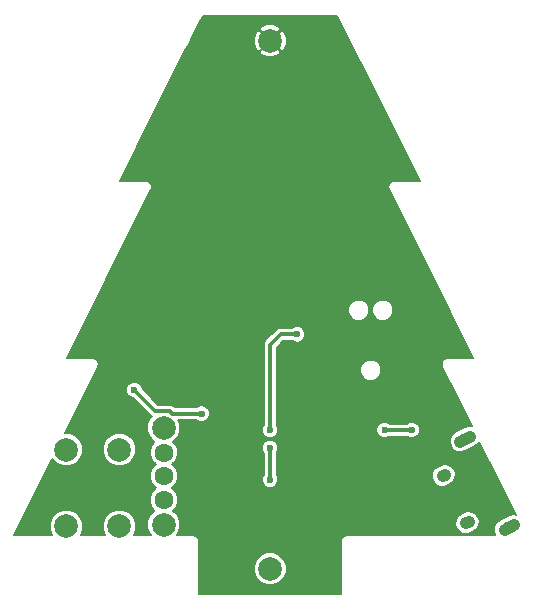
<source format=gbl>
G04 #@! TF.FileFunction,Copper,L2,Bot,Signal*
%FSLAX46Y46*%
G04 Gerber Fmt 4.6, Leading zero omitted, Abs format (unit mm)*
G04 Created by KiCad (PCBNEW 201609280951+7255~55~ubuntu14.04.1-) date Wed Oct 12 05:15:32 2016*
%MOMM*%
%LPD*%
G01*
G04 APERTURE LIST*
%ADD10C,0.100000*%
%ADD11C,2.000000*%
%ADD12C,1.600000*%
%ADD13C,1.000000*%
%ADD14C,1.000000*%
%ADD15C,0.600000*%
%ADD16C,0.300000*%
%ADD17C,0.200000*%
G04 APERTURE END LIST*
D10*
D11*
X112750000Y-128750000D03*
X117250000Y-128750000D03*
X117250000Y-122250000D03*
X112750000Y-122250000D03*
X130000000Y-87650000D03*
X130000000Y-132350000D03*
D12*
X121000000Y-124500000D03*
X121000000Y-126500000D03*
X121000000Y-122500000D03*
D11*
X121000000Y-120400000D03*
X121000000Y-128600000D03*
D13*
X144713136Y-124456028D03*
D14*
X144601367Y-124511998D02*
X144824905Y-124400058D01*
D13*
X146705664Y-128435014D03*
D14*
X146593895Y-128490984D02*
X146817433Y-128379044D01*
D13*
X146522469Y-121369150D03*
D14*
X146120100Y-121570642D02*
X146924838Y-121167658D01*
D13*
X150261257Y-128835338D03*
D14*
X149858888Y-129036830D02*
X150663626Y-128633846D01*
D15*
X139700000Y-120600000D03*
X142000000Y-120600000D03*
X145200000Y-114100000D03*
X140100000Y-111700000D03*
X123300000Y-116100000D03*
X136400000Y-88600000D03*
X123600000Y-88600000D03*
X141000000Y-99304739D03*
X119200000Y-98804739D03*
X114600000Y-114200000D03*
X114100000Y-118800000D03*
X136000000Y-120400000D03*
X131900000Y-127500000D03*
X124600000Y-132400000D03*
X135400000Y-128500000D03*
X143700000Y-125800000D03*
X143800000Y-125300000D03*
X144200000Y-125600000D03*
X135400000Y-132400000D03*
X126400000Y-126600000D03*
X130000000Y-124800000D03*
X130000000Y-122100000D03*
X132300000Y-112500000D03*
X130000000Y-120600000D03*
X118500000Y-117200000D03*
X124200000Y-119200000D03*
D16*
X142000000Y-120600000D02*
X139700000Y-120600000D01*
X130000000Y-122100000D02*
X130000000Y-124800000D01*
X130900000Y-112500000D02*
X132300000Y-112500000D01*
X130000000Y-113400000D02*
X130900000Y-112500000D01*
X130000000Y-120600000D02*
X130000000Y-113400000D01*
X120300000Y-119000000D02*
X118500000Y-117200000D01*
X121524002Y-119000000D02*
X120300000Y-119000000D01*
X124200000Y-119200000D02*
X121724002Y-119200000D01*
X121724002Y-119200000D02*
X121524002Y-119000000D01*
D17*
G36*
X142690982Y-99500000D02*
X140500000Y-99500000D01*
X140482379Y-99503505D01*
X140464556Y-99501258D01*
X140387262Y-99522425D01*
X140308658Y-99538060D01*
X140293721Y-99548041D01*
X140276393Y-99552786D01*
X140213076Y-99601926D01*
X140146447Y-99646447D01*
X140136467Y-99661383D01*
X140122273Y-99672399D01*
X140082586Y-99742021D01*
X140038060Y-99808658D01*
X140034555Y-99826281D01*
X140025659Y-99841886D01*
X140015636Y-99921391D01*
X140000000Y-100000000D01*
X140003505Y-100017621D01*
X140001258Y-100035444D01*
X140022425Y-100112738D01*
X140038060Y-100191342D01*
X140048041Y-100206279D01*
X140052786Y-100223607D01*
X147190982Y-114500000D01*
X145000000Y-114500000D01*
X144982379Y-114503505D01*
X144964556Y-114501258D01*
X144887262Y-114522425D01*
X144808658Y-114538060D01*
X144793721Y-114548041D01*
X144776393Y-114552786D01*
X144713076Y-114601926D01*
X144646447Y-114646447D01*
X144636467Y-114661383D01*
X144622273Y-114672399D01*
X144582586Y-114742021D01*
X144538060Y-114808658D01*
X144534555Y-114826281D01*
X144525659Y-114841886D01*
X144515636Y-114921391D01*
X144500000Y-115000000D01*
X144503505Y-115017621D01*
X144501258Y-115035444D01*
X144522425Y-115112738D01*
X144538060Y-115191342D01*
X144548041Y-115206279D01*
X144552786Y-115223607D01*
X147082483Y-120283000D01*
X146884139Y-120258119D01*
X146545504Y-120351077D01*
X145693468Y-120777745D01*
X145416183Y-120993217D01*
X145242463Y-121298400D01*
X145198754Y-121646832D01*
X145291712Y-121985467D01*
X145507184Y-122262752D01*
X145812367Y-122436472D01*
X146160799Y-122480181D01*
X146499434Y-122387223D01*
X147351470Y-121960555D01*
X147628755Y-121745083D01*
X147727121Y-121572278D01*
X150815196Y-127748426D01*
X150622927Y-127724307D01*
X150284292Y-127817265D01*
X149432256Y-128243933D01*
X149154971Y-128459405D01*
X148981251Y-128764588D01*
X148937542Y-129113020D01*
X149030500Y-129451655D01*
X149068068Y-129500000D01*
X136500000Y-129500000D01*
X136308658Y-129538060D01*
X136146447Y-129646447D01*
X136038060Y-129808658D01*
X136000000Y-130000000D01*
X136000000Y-134500000D01*
X124000000Y-134500000D01*
X124000000Y-132627256D01*
X128599757Y-132627256D01*
X128812445Y-133142000D01*
X129205928Y-133536170D01*
X129720301Y-133749757D01*
X130277256Y-133750243D01*
X130792000Y-133537555D01*
X131186170Y-133144072D01*
X131399757Y-132629699D01*
X131400243Y-132072744D01*
X131187555Y-131558000D01*
X130794072Y-131163830D01*
X130279699Y-130950243D01*
X129722744Y-130949757D01*
X129208000Y-131162445D01*
X128813830Y-131555928D01*
X128600243Y-132070301D01*
X128599757Y-132627256D01*
X124000000Y-132627256D01*
X124000000Y-130000000D01*
X123961940Y-129808658D01*
X123853553Y-129646447D01*
X123691342Y-129538060D01*
X123500000Y-129500000D01*
X122080057Y-129500000D01*
X122186170Y-129394072D01*
X122399757Y-128879699D01*
X122400032Y-128564321D01*
X145678242Y-128564321D01*
X145771199Y-128902956D01*
X145986670Y-129180242D01*
X146291853Y-129353963D01*
X146640285Y-129397672D01*
X146978920Y-129304715D01*
X147238370Y-129174793D01*
X147515656Y-128959322D01*
X147689376Y-128654139D01*
X147733086Y-128305708D01*
X147640129Y-127967072D01*
X147424658Y-127689786D01*
X147119475Y-127516066D01*
X146771043Y-127472356D01*
X146432408Y-127565313D01*
X146172958Y-127695235D01*
X145895672Y-127910706D01*
X145721951Y-128215889D01*
X145678242Y-128564321D01*
X122400032Y-128564321D01*
X122400243Y-128322744D01*
X122187555Y-127808000D01*
X121794072Y-127413830D01*
X121786332Y-127410616D01*
X122016717Y-127180633D01*
X122199791Y-126739742D01*
X122200207Y-126262353D01*
X122017903Y-125821143D01*
X121697057Y-125499735D01*
X122016717Y-125180633D01*
X122199791Y-124739742D01*
X122200207Y-124262353D01*
X122017903Y-123821143D01*
X121697057Y-123499735D01*
X122016717Y-123180633D01*
X122199791Y-122739742D01*
X122200207Y-122262353D01*
X122190405Y-122238628D01*
X129299879Y-122238628D01*
X129406223Y-122496000D01*
X129450000Y-122539854D01*
X129450000Y-124359954D01*
X129406915Y-124402964D01*
X129300122Y-124660150D01*
X129299879Y-124938628D01*
X129406223Y-125196000D01*
X129602964Y-125393085D01*
X129860150Y-125499878D01*
X130138628Y-125500121D01*
X130396000Y-125393777D01*
X130593085Y-125197036D01*
X130699878Y-124939850D01*
X130700121Y-124661372D01*
X130668704Y-124585335D01*
X143685714Y-124585335D01*
X143778671Y-124923970D01*
X143994142Y-125201256D01*
X144299325Y-125374977D01*
X144647757Y-125418686D01*
X144986392Y-125325729D01*
X145245842Y-125195807D01*
X145523128Y-124980336D01*
X145696848Y-124675153D01*
X145740558Y-124326722D01*
X145647601Y-123988086D01*
X145432130Y-123710800D01*
X145126947Y-123537080D01*
X144778515Y-123493370D01*
X144439880Y-123586327D01*
X144180430Y-123716249D01*
X143903144Y-123931720D01*
X143729423Y-124236903D01*
X143685714Y-124585335D01*
X130668704Y-124585335D01*
X130593777Y-124404000D01*
X130550000Y-124360146D01*
X130550000Y-122540046D01*
X130593085Y-122497036D01*
X130699878Y-122239850D01*
X130700121Y-121961372D01*
X130593777Y-121704000D01*
X130397036Y-121506915D01*
X130139850Y-121400122D01*
X129861372Y-121399879D01*
X129604000Y-121506223D01*
X129406915Y-121702964D01*
X129300122Y-121960150D01*
X129299879Y-122238628D01*
X122190405Y-122238628D01*
X122017903Y-121821143D01*
X121786848Y-121589684D01*
X121792000Y-121587555D01*
X122186170Y-121194072D01*
X122375287Y-120738628D01*
X129299879Y-120738628D01*
X129406223Y-120996000D01*
X129602964Y-121193085D01*
X129860150Y-121299878D01*
X130138628Y-121300121D01*
X130396000Y-121193777D01*
X130593085Y-120997036D01*
X130699878Y-120739850D01*
X130699879Y-120738628D01*
X138999879Y-120738628D01*
X139106223Y-120996000D01*
X139302964Y-121193085D01*
X139560150Y-121299878D01*
X139838628Y-121300121D01*
X140096000Y-121193777D01*
X140139854Y-121150000D01*
X141559954Y-121150000D01*
X141602964Y-121193085D01*
X141860150Y-121299878D01*
X142138628Y-121300121D01*
X142396000Y-121193777D01*
X142593085Y-120997036D01*
X142699878Y-120739850D01*
X142700121Y-120461372D01*
X142593777Y-120204000D01*
X142397036Y-120006915D01*
X142139850Y-119900122D01*
X141861372Y-119899879D01*
X141604000Y-120006223D01*
X141560146Y-120050000D01*
X140140046Y-120050000D01*
X140097036Y-120006915D01*
X139839850Y-119900122D01*
X139561372Y-119899879D01*
X139304000Y-120006223D01*
X139106915Y-120202964D01*
X139000122Y-120460150D01*
X138999879Y-120738628D01*
X130699879Y-120738628D01*
X130700121Y-120461372D01*
X130593777Y-120204000D01*
X130550000Y-120160146D01*
X130550000Y-115718236D01*
X137604844Y-115718236D01*
X137741572Y-116049143D01*
X137994525Y-116302538D01*
X138325194Y-116439843D01*
X138683236Y-116440156D01*
X139014143Y-116303428D01*
X139267538Y-116050475D01*
X139404843Y-115719806D01*
X139405156Y-115361764D01*
X139268428Y-115030857D01*
X139015475Y-114777462D01*
X138684806Y-114640157D01*
X138326764Y-114639844D01*
X137995857Y-114776572D01*
X137742462Y-115029525D01*
X137605157Y-115360194D01*
X137604844Y-115718236D01*
X130550000Y-115718236D01*
X130550000Y-113627818D01*
X131127818Y-113050000D01*
X131859954Y-113050000D01*
X131902964Y-113093085D01*
X132160150Y-113199878D01*
X132438628Y-113200121D01*
X132696000Y-113093777D01*
X132893085Y-112897036D01*
X132999878Y-112639850D01*
X133000121Y-112361372D01*
X132893777Y-112104000D01*
X132697036Y-111906915D01*
X132439850Y-111800122D01*
X132161372Y-111799879D01*
X131904000Y-111906223D01*
X131860146Y-111950000D01*
X130900000Y-111950000D01*
X130689524Y-111991866D01*
X130511091Y-112111091D01*
X129611091Y-113011091D01*
X129491866Y-113189524D01*
X129450000Y-113400000D01*
X129450000Y-120159954D01*
X129406915Y-120202964D01*
X129300122Y-120460150D01*
X129299879Y-120738628D01*
X122375287Y-120738628D01*
X122399757Y-120679699D01*
X122400243Y-120122744D01*
X122246228Y-119750000D01*
X123759954Y-119750000D01*
X123802964Y-119793085D01*
X124060150Y-119899878D01*
X124338628Y-119900121D01*
X124596000Y-119793777D01*
X124793085Y-119597036D01*
X124899878Y-119339850D01*
X124900121Y-119061372D01*
X124793777Y-118804000D01*
X124597036Y-118606915D01*
X124339850Y-118500122D01*
X124061372Y-118499879D01*
X123804000Y-118606223D01*
X123760146Y-118650000D01*
X121951820Y-118650000D01*
X121912911Y-118611091D01*
X121734478Y-118491866D01*
X121524002Y-118450000D01*
X120527817Y-118450000D01*
X119200068Y-117122250D01*
X119200121Y-117061372D01*
X119093777Y-116804000D01*
X118897036Y-116606915D01*
X118639850Y-116500122D01*
X118361372Y-116499879D01*
X118104000Y-116606223D01*
X117906915Y-116802964D01*
X117800122Y-117060150D01*
X117799879Y-117338628D01*
X117906223Y-117596000D01*
X118102964Y-117793085D01*
X118360150Y-117899878D01*
X118422114Y-117899932D01*
X119911089Y-119388906D01*
X119911091Y-119388909D01*
X119983058Y-119436995D01*
X119813830Y-119605928D01*
X119600243Y-120120301D01*
X119599757Y-120677256D01*
X119812445Y-121192000D01*
X120205928Y-121586170D01*
X120213668Y-121589384D01*
X119983283Y-121819367D01*
X119800209Y-122260258D01*
X119799793Y-122737647D01*
X119982097Y-123178857D01*
X120302943Y-123500265D01*
X119983283Y-123819367D01*
X119800209Y-124260258D01*
X119799793Y-124737647D01*
X119982097Y-125178857D01*
X120302943Y-125500265D01*
X119983283Y-125819367D01*
X119800209Y-126260258D01*
X119799793Y-126737647D01*
X119982097Y-127178857D01*
X120213152Y-127410316D01*
X120208000Y-127412445D01*
X119813830Y-127805928D01*
X119600243Y-128320301D01*
X119599757Y-128877256D01*
X119812445Y-129392000D01*
X119920257Y-129500000D01*
X118454470Y-129500000D01*
X118649757Y-129029699D01*
X118650243Y-128472744D01*
X118437555Y-127958000D01*
X118044072Y-127563830D01*
X117529699Y-127350243D01*
X116972744Y-127349757D01*
X116458000Y-127562445D01*
X116063830Y-127955928D01*
X115850243Y-128470301D01*
X115849757Y-129027256D01*
X116045091Y-129500000D01*
X113954470Y-129500000D01*
X114149757Y-129029699D01*
X114150243Y-128472744D01*
X113937555Y-127958000D01*
X113544072Y-127563830D01*
X113029699Y-127350243D01*
X112472744Y-127349757D01*
X111958000Y-127562445D01*
X111563830Y-127955928D01*
X111350243Y-128470301D01*
X111349757Y-129027256D01*
X111545091Y-129500000D01*
X108309018Y-129500000D01*
X111551392Y-123015250D01*
X111562445Y-123042000D01*
X111955928Y-123436170D01*
X112470301Y-123649757D01*
X113027256Y-123650243D01*
X113542000Y-123437555D01*
X113936170Y-123044072D01*
X114149757Y-122529699D01*
X114149759Y-122527256D01*
X115849757Y-122527256D01*
X116062445Y-123042000D01*
X116455928Y-123436170D01*
X116970301Y-123649757D01*
X117527256Y-123650243D01*
X118042000Y-123437555D01*
X118436170Y-123044072D01*
X118649757Y-122529699D01*
X118650243Y-121972744D01*
X118437555Y-121458000D01*
X118044072Y-121063830D01*
X117529699Y-120850243D01*
X116972744Y-120849757D01*
X116458000Y-121062445D01*
X116063830Y-121455928D01*
X115850243Y-121970301D01*
X115849757Y-122527256D01*
X114149759Y-122527256D01*
X114150243Y-121972744D01*
X113937555Y-121458000D01*
X113544072Y-121063830D01*
X113029699Y-120850243D01*
X112634069Y-120849898D01*
X115447214Y-115223607D01*
X115451959Y-115206279D01*
X115461940Y-115191342D01*
X115477574Y-115112746D01*
X115498743Y-115035444D01*
X115496496Y-115017618D01*
X115500000Y-115000000D01*
X115484365Y-114921397D01*
X115474341Y-114841886D01*
X115465445Y-114826281D01*
X115461940Y-114808658D01*
X115417414Y-114742021D01*
X115377727Y-114672399D01*
X115363533Y-114661383D01*
X115353553Y-114646447D01*
X115286924Y-114601926D01*
X115223607Y-114552786D01*
X115206279Y-114548041D01*
X115191342Y-114538060D01*
X115112746Y-114522426D01*
X115035444Y-114501257D01*
X115017618Y-114503504D01*
X115000000Y-114500000D01*
X112809018Y-114500000D01*
X114739899Y-110638236D01*
X136588844Y-110638236D01*
X136725572Y-110969143D01*
X136978525Y-111222538D01*
X137309194Y-111359843D01*
X137667236Y-111360156D01*
X137998143Y-111223428D01*
X138251538Y-110970475D01*
X138388843Y-110639806D01*
X138388844Y-110638236D01*
X138620844Y-110638236D01*
X138757572Y-110969143D01*
X139010525Y-111222538D01*
X139341194Y-111359843D01*
X139699236Y-111360156D01*
X140030143Y-111223428D01*
X140283538Y-110970475D01*
X140420843Y-110639806D01*
X140421156Y-110281764D01*
X140284428Y-109950857D01*
X140031475Y-109697462D01*
X139700806Y-109560157D01*
X139342764Y-109559844D01*
X139011857Y-109696572D01*
X138758462Y-109949525D01*
X138621157Y-110280194D01*
X138620844Y-110638236D01*
X138388844Y-110638236D01*
X138389156Y-110281764D01*
X138252428Y-109950857D01*
X137999475Y-109697462D01*
X137668806Y-109560157D01*
X137310764Y-109559844D01*
X136979857Y-109696572D01*
X136726462Y-109949525D01*
X136589157Y-110280194D01*
X136588844Y-110638236D01*
X114739899Y-110638236D01*
X119947214Y-100223607D01*
X119951959Y-100206279D01*
X119961940Y-100191342D01*
X119977574Y-100112746D01*
X119998743Y-100035444D01*
X119996496Y-100017618D01*
X120000000Y-100000000D01*
X119984365Y-99921397D01*
X119974341Y-99841886D01*
X119965445Y-99826281D01*
X119961940Y-99808658D01*
X119917414Y-99742021D01*
X119877727Y-99672399D01*
X119863533Y-99661383D01*
X119853553Y-99646447D01*
X119786924Y-99601926D01*
X119723607Y-99552786D01*
X119706279Y-99548041D01*
X119691342Y-99538060D01*
X119612746Y-99522426D01*
X119535444Y-99501257D01*
X119517618Y-99503504D01*
X119500000Y-99500000D01*
X117309018Y-99500000D01*
X122747356Y-88623323D01*
X129097388Y-88623323D01*
X129201944Y-88833494D01*
X129715596Y-89048809D01*
X130272546Y-89051167D01*
X130788003Y-88840211D01*
X130798056Y-88833494D01*
X130902612Y-88623323D01*
X130000000Y-87720711D01*
X129097388Y-88623323D01*
X122747356Y-88623323D01*
X123097745Y-87922546D01*
X128598833Y-87922546D01*
X128809789Y-88438003D01*
X128816506Y-88448056D01*
X129026677Y-88552612D01*
X129929289Y-87650000D01*
X130070711Y-87650000D01*
X130973323Y-88552612D01*
X131183494Y-88448056D01*
X131398809Y-87934404D01*
X131401167Y-87377454D01*
X131190211Y-86861997D01*
X131183494Y-86851944D01*
X130973323Y-86747388D01*
X130070711Y-87650000D01*
X129929289Y-87650000D01*
X129026677Y-86747388D01*
X128816506Y-86851944D01*
X128601191Y-87365596D01*
X128598833Y-87922546D01*
X123097745Y-87922546D01*
X123720679Y-86676677D01*
X129097388Y-86676677D01*
X130000000Y-87579289D01*
X130902612Y-86676677D01*
X130798056Y-86466506D01*
X130284404Y-86251191D01*
X129727454Y-86248833D01*
X129211997Y-86459789D01*
X129201944Y-86466506D01*
X129097388Y-86676677D01*
X123720679Y-86676677D01*
X124309018Y-85500000D01*
X135690982Y-85500000D01*
X142690982Y-99500000D01*
X142690982Y-99500000D01*
G37*
X142690982Y-99500000D02*
X140500000Y-99500000D01*
X140482379Y-99503505D01*
X140464556Y-99501258D01*
X140387262Y-99522425D01*
X140308658Y-99538060D01*
X140293721Y-99548041D01*
X140276393Y-99552786D01*
X140213076Y-99601926D01*
X140146447Y-99646447D01*
X140136467Y-99661383D01*
X140122273Y-99672399D01*
X140082586Y-99742021D01*
X140038060Y-99808658D01*
X140034555Y-99826281D01*
X140025659Y-99841886D01*
X140015636Y-99921391D01*
X140000000Y-100000000D01*
X140003505Y-100017621D01*
X140001258Y-100035444D01*
X140022425Y-100112738D01*
X140038060Y-100191342D01*
X140048041Y-100206279D01*
X140052786Y-100223607D01*
X147190982Y-114500000D01*
X145000000Y-114500000D01*
X144982379Y-114503505D01*
X144964556Y-114501258D01*
X144887262Y-114522425D01*
X144808658Y-114538060D01*
X144793721Y-114548041D01*
X144776393Y-114552786D01*
X144713076Y-114601926D01*
X144646447Y-114646447D01*
X144636467Y-114661383D01*
X144622273Y-114672399D01*
X144582586Y-114742021D01*
X144538060Y-114808658D01*
X144534555Y-114826281D01*
X144525659Y-114841886D01*
X144515636Y-114921391D01*
X144500000Y-115000000D01*
X144503505Y-115017621D01*
X144501258Y-115035444D01*
X144522425Y-115112738D01*
X144538060Y-115191342D01*
X144548041Y-115206279D01*
X144552786Y-115223607D01*
X147082483Y-120283000D01*
X146884139Y-120258119D01*
X146545504Y-120351077D01*
X145693468Y-120777745D01*
X145416183Y-120993217D01*
X145242463Y-121298400D01*
X145198754Y-121646832D01*
X145291712Y-121985467D01*
X145507184Y-122262752D01*
X145812367Y-122436472D01*
X146160799Y-122480181D01*
X146499434Y-122387223D01*
X147351470Y-121960555D01*
X147628755Y-121745083D01*
X147727121Y-121572278D01*
X150815196Y-127748426D01*
X150622927Y-127724307D01*
X150284292Y-127817265D01*
X149432256Y-128243933D01*
X149154971Y-128459405D01*
X148981251Y-128764588D01*
X148937542Y-129113020D01*
X149030500Y-129451655D01*
X149068068Y-129500000D01*
X136500000Y-129500000D01*
X136308658Y-129538060D01*
X136146447Y-129646447D01*
X136038060Y-129808658D01*
X136000000Y-130000000D01*
X136000000Y-134500000D01*
X124000000Y-134500000D01*
X124000000Y-132627256D01*
X128599757Y-132627256D01*
X128812445Y-133142000D01*
X129205928Y-133536170D01*
X129720301Y-133749757D01*
X130277256Y-133750243D01*
X130792000Y-133537555D01*
X131186170Y-133144072D01*
X131399757Y-132629699D01*
X131400243Y-132072744D01*
X131187555Y-131558000D01*
X130794072Y-131163830D01*
X130279699Y-130950243D01*
X129722744Y-130949757D01*
X129208000Y-131162445D01*
X128813830Y-131555928D01*
X128600243Y-132070301D01*
X128599757Y-132627256D01*
X124000000Y-132627256D01*
X124000000Y-130000000D01*
X123961940Y-129808658D01*
X123853553Y-129646447D01*
X123691342Y-129538060D01*
X123500000Y-129500000D01*
X122080057Y-129500000D01*
X122186170Y-129394072D01*
X122399757Y-128879699D01*
X122400032Y-128564321D01*
X145678242Y-128564321D01*
X145771199Y-128902956D01*
X145986670Y-129180242D01*
X146291853Y-129353963D01*
X146640285Y-129397672D01*
X146978920Y-129304715D01*
X147238370Y-129174793D01*
X147515656Y-128959322D01*
X147689376Y-128654139D01*
X147733086Y-128305708D01*
X147640129Y-127967072D01*
X147424658Y-127689786D01*
X147119475Y-127516066D01*
X146771043Y-127472356D01*
X146432408Y-127565313D01*
X146172958Y-127695235D01*
X145895672Y-127910706D01*
X145721951Y-128215889D01*
X145678242Y-128564321D01*
X122400032Y-128564321D01*
X122400243Y-128322744D01*
X122187555Y-127808000D01*
X121794072Y-127413830D01*
X121786332Y-127410616D01*
X122016717Y-127180633D01*
X122199791Y-126739742D01*
X122200207Y-126262353D01*
X122017903Y-125821143D01*
X121697057Y-125499735D01*
X122016717Y-125180633D01*
X122199791Y-124739742D01*
X122200207Y-124262353D01*
X122017903Y-123821143D01*
X121697057Y-123499735D01*
X122016717Y-123180633D01*
X122199791Y-122739742D01*
X122200207Y-122262353D01*
X122190405Y-122238628D01*
X129299879Y-122238628D01*
X129406223Y-122496000D01*
X129450000Y-122539854D01*
X129450000Y-124359954D01*
X129406915Y-124402964D01*
X129300122Y-124660150D01*
X129299879Y-124938628D01*
X129406223Y-125196000D01*
X129602964Y-125393085D01*
X129860150Y-125499878D01*
X130138628Y-125500121D01*
X130396000Y-125393777D01*
X130593085Y-125197036D01*
X130699878Y-124939850D01*
X130700121Y-124661372D01*
X130668704Y-124585335D01*
X143685714Y-124585335D01*
X143778671Y-124923970D01*
X143994142Y-125201256D01*
X144299325Y-125374977D01*
X144647757Y-125418686D01*
X144986392Y-125325729D01*
X145245842Y-125195807D01*
X145523128Y-124980336D01*
X145696848Y-124675153D01*
X145740558Y-124326722D01*
X145647601Y-123988086D01*
X145432130Y-123710800D01*
X145126947Y-123537080D01*
X144778515Y-123493370D01*
X144439880Y-123586327D01*
X144180430Y-123716249D01*
X143903144Y-123931720D01*
X143729423Y-124236903D01*
X143685714Y-124585335D01*
X130668704Y-124585335D01*
X130593777Y-124404000D01*
X130550000Y-124360146D01*
X130550000Y-122540046D01*
X130593085Y-122497036D01*
X130699878Y-122239850D01*
X130700121Y-121961372D01*
X130593777Y-121704000D01*
X130397036Y-121506915D01*
X130139850Y-121400122D01*
X129861372Y-121399879D01*
X129604000Y-121506223D01*
X129406915Y-121702964D01*
X129300122Y-121960150D01*
X129299879Y-122238628D01*
X122190405Y-122238628D01*
X122017903Y-121821143D01*
X121786848Y-121589684D01*
X121792000Y-121587555D01*
X122186170Y-121194072D01*
X122375287Y-120738628D01*
X129299879Y-120738628D01*
X129406223Y-120996000D01*
X129602964Y-121193085D01*
X129860150Y-121299878D01*
X130138628Y-121300121D01*
X130396000Y-121193777D01*
X130593085Y-120997036D01*
X130699878Y-120739850D01*
X130699879Y-120738628D01*
X138999879Y-120738628D01*
X139106223Y-120996000D01*
X139302964Y-121193085D01*
X139560150Y-121299878D01*
X139838628Y-121300121D01*
X140096000Y-121193777D01*
X140139854Y-121150000D01*
X141559954Y-121150000D01*
X141602964Y-121193085D01*
X141860150Y-121299878D01*
X142138628Y-121300121D01*
X142396000Y-121193777D01*
X142593085Y-120997036D01*
X142699878Y-120739850D01*
X142700121Y-120461372D01*
X142593777Y-120204000D01*
X142397036Y-120006915D01*
X142139850Y-119900122D01*
X141861372Y-119899879D01*
X141604000Y-120006223D01*
X141560146Y-120050000D01*
X140140046Y-120050000D01*
X140097036Y-120006915D01*
X139839850Y-119900122D01*
X139561372Y-119899879D01*
X139304000Y-120006223D01*
X139106915Y-120202964D01*
X139000122Y-120460150D01*
X138999879Y-120738628D01*
X130699879Y-120738628D01*
X130700121Y-120461372D01*
X130593777Y-120204000D01*
X130550000Y-120160146D01*
X130550000Y-115718236D01*
X137604844Y-115718236D01*
X137741572Y-116049143D01*
X137994525Y-116302538D01*
X138325194Y-116439843D01*
X138683236Y-116440156D01*
X139014143Y-116303428D01*
X139267538Y-116050475D01*
X139404843Y-115719806D01*
X139405156Y-115361764D01*
X139268428Y-115030857D01*
X139015475Y-114777462D01*
X138684806Y-114640157D01*
X138326764Y-114639844D01*
X137995857Y-114776572D01*
X137742462Y-115029525D01*
X137605157Y-115360194D01*
X137604844Y-115718236D01*
X130550000Y-115718236D01*
X130550000Y-113627818D01*
X131127818Y-113050000D01*
X131859954Y-113050000D01*
X131902964Y-113093085D01*
X132160150Y-113199878D01*
X132438628Y-113200121D01*
X132696000Y-113093777D01*
X132893085Y-112897036D01*
X132999878Y-112639850D01*
X133000121Y-112361372D01*
X132893777Y-112104000D01*
X132697036Y-111906915D01*
X132439850Y-111800122D01*
X132161372Y-111799879D01*
X131904000Y-111906223D01*
X131860146Y-111950000D01*
X130900000Y-111950000D01*
X130689524Y-111991866D01*
X130511091Y-112111091D01*
X129611091Y-113011091D01*
X129491866Y-113189524D01*
X129450000Y-113400000D01*
X129450000Y-120159954D01*
X129406915Y-120202964D01*
X129300122Y-120460150D01*
X129299879Y-120738628D01*
X122375287Y-120738628D01*
X122399757Y-120679699D01*
X122400243Y-120122744D01*
X122246228Y-119750000D01*
X123759954Y-119750000D01*
X123802964Y-119793085D01*
X124060150Y-119899878D01*
X124338628Y-119900121D01*
X124596000Y-119793777D01*
X124793085Y-119597036D01*
X124899878Y-119339850D01*
X124900121Y-119061372D01*
X124793777Y-118804000D01*
X124597036Y-118606915D01*
X124339850Y-118500122D01*
X124061372Y-118499879D01*
X123804000Y-118606223D01*
X123760146Y-118650000D01*
X121951820Y-118650000D01*
X121912911Y-118611091D01*
X121734478Y-118491866D01*
X121524002Y-118450000D01*
X120527817Y-118450000D01*
X119200068Y-117122250D01*
X119200121Y-117061372D01*
X119093777Y-116804000D01*
X118897036Y-116606915D01*
X118639850Y-116500122D01*
X118361372Y-116499879D01*
X118104000Y-116606223D01*
X117906915Y-116802964D01*
X117800122Y-117060150D01*
X117799879Y-117338628D01*
X117906223Y-117596000D01*
X118102964Y-117793085D01*
X118360150Y-117899878D01*
X118422114Y-117899932D01*
X119911089Y-119388906D01*
X119911091Y-119388909D01*
X119983058Y-119436995D01*
X119813830Y-119605928D01*
X119600243Y-120120301D01*
X119599757Y-120677256D01*
X119812445Y-121192000D01*
X120205928Y-121586170D01*
X120213668Y-121589384D01*
X119983283Y-121819367D01*
X119800209Y-122260258D01*
X119799793Y-122737647D01*
X119982097Y-123178857D01*
X120302943Y-123500265D01*
X119983283Y-123819367D01*
X119800209Y-124260258D01*
X119799793Y-124737647D01*
X119982097Y-125178857D01*
X120302943Y-125500265D01*
X119983283Y-125819367D01*
X119800209Y-126260258D01*
X119799793Y-126737647D01*
X119982097Y-127178857D01*
X120213152Y-127410316D01*
X120208000Y-127412445D01*
X119813830Y-127805928D01*
X119600243Y-128320301D01*
X119599757Y-128877256D01*
X119812445Y-129392000D01*
X119920257Y-129500000D01*
X118454470Y-129500000D01*
X118649757Y-129029699D01*
X118650243Y-128472744D01*
X118437555Y-127958000D01*
X118044072Y-127563830D01*
X117529699Y-127350243D01*
X116972744Y-127349757D01*
X116458000Y-127562445D01*
X116063830Y-127955928D01*
X115850243Y-128470301D01*
X115849757Y-129027256D01*
X116045091Y-129500000D01*
X113954470Y-129500000D01*
X114149757Y-129029699D01*
X114150243Y-128472744D01*
X113937555Y-127958000D01*
X113544072Y-127563830D01*
X113029699Y-127350243D01*
X112472744Y-127349757D01*
X111958000Y-127562445D01*
X111563830Y-127955928D01*
X111350243Y-128470301D01*
X111349757Y-129027256D01*
X111545091Y-129500000D01*
X108309018Y-129500000D01*
X111551392Y-123015250D01*
X111562445Y-123042000D01*
X111955928Y-123436170D01*
X112470301Y-123649757D01*
X113027256Y-123650243D01*
X113542000Y-123437555D01*
X113936170Y-123044072D01*
X114149757Y-122529699D01*
X114149759Y-122527256D01*
X115849757Y-122527256D01*
X116062445Y-123042000D01*
X116455928Y-123436170D01*
X116970301Y-123649757D01*
X117527256Y-123650243D01*
X118042000Y-123437555D01*
X118436170Y-123044072D01*
X118649757Y-122529699D01*
X118650243Y-121972744D01*
X118437555Y-121458000D01*
X118044072Y-121063830D01*
X117529699Y-120850243D01*
X116972744Y-120849757D01*
X116458000Y-121062445D01*
X116063830Y-121455928D01*
X115850243Y-121970301D01*
X115849757Y-122527256D01*
X114149759Y-122527256D01*
X114150243Y-121972744D01*
X113937555Y-121458000D01*
X113544072Y-121063830D01*
X113029699Y-120850243D01*
X112634069Y-120849898D01*
X115447214Y-115223607D01*
X115451959Y-115206279D01*
X115461940Y-115191342D01*
X115477574Y-115112746D01*
X115498743Y-115035444D01*
X115496496Y-115017618D01*
X115500000Y-115000000D01*
X115484365Y-114921397D01*
X115474341Y-114841886D01*
X115465445Y-114826281D01*
X115461940Y-114808658D01*
X115417414Y-114742021D01*
X115377727Y-114672399D01*
X115363533Y-114661383D01*
X115353553Y-114646447D01*
X115286924Y-114601926D01*
X115223607Y-114552786D01*
X115206279Y-114548041D01*
X115191342Y-114538060D01*
X115112746Y-114522426D01*
X115035444Y-114501257D01*
X115017618Y-114503504D01*
X115000000Y-114500000D01*
X112809018Y-114500000D01*
X114739899Y-110638236D01*
X136588844Y-110638236D01*
X136725572Y-110969143D01*
X136978525Y-111222538D01*
X137309194Y-111359843D01*
X137667236Y-111360156D01*
X137998143Y-111223428D01*
X138251538Y-110970475D01*
X138388843Y-110639806D01*
X138388844Y-110638236D01*
X138620844Y-110638236D01*
X138757572Y-110969143D01*
X139010525Y-111222538D01*
X139341194Y-111359843D01*
X139699236Y-111360156D01*
X140030143Y-111223428D01*
X140283538Y-110970475D01*
X140420843Y-110639806D01*
X140421156Y-110281764D01*
X140284428Y-109950857D01*
X140031475Y-109697462D01*
X139700806Y-109560157D01*
X139342764Y-109559844D01*
X139011857Y-109696572D01*
X138758462Y-109949525D01*
X138621157Y-110280194D01*
X138620844Y-110638236D01*
X138388844Y-110638236D01*
X138389156Y-110281764D01*
X138252428Y-109950857D01*
X137999475Y-109697462D01*
X137668806Y-109560157D01*
X137310764Y-109559844D01*
X136979857Y-109696572D01*
X136726462Y-109949525D01*
X136589157Y-110280194D01*
X136588844Y-110638236D01*
X114739899Y-110638236D01*
X119947214Y-100223607D01*
X119951959Y-100206279D01*
X119961940Y-100191342D01*
X119977574Y-100112746D01*
X119998743Y-100035444D01*
X119996496Y-100017618D01*
X120000000Y-100000000D01*
X119984365Y-99921397D01*
X119974341Y-99841886D01*
X119965445Y-99826281D01*
X119961940Y-99808658D01*
X119917414Y-99742021D01*
X119877727Y-99672399D01*
X119863533Y-99661383D01*
X119853553Y-99646447D01*
X119786924Y-99601926D01*
X119723607Y-99552786D01*
X119706279Y-99548041D01*
X119691342Y-99538060D01*
X119612746Y-99522426D01*
X119535444Y-99501257D01*
X119517618Y-99503504D01*
X119500000Y-99500000D01*
X117309018Y-99500000D01*
X122747356Y-88623323D01*
X129097388Y-88623323D01*
X129201944Y-88833494D01*
X129715596Y-89048809D01*
X130272546Y-89051167D01*
X130788003Y-88840211D01*
X130798056Y-88833494D01*
X130902612Y-88623323D01*
X130000000Y-87720711D01*
X129097388Y-88623323D01*
X122747356Y-88623323D01*
X123097745Y-87922546D01*
X128598833Y-87922546D01*
X128809789Y-88438003D01*
X128816506Y-88448056D01*
X129026677Y-88552612D01*
X129929289Y-87650000D01*
X130070711Y-87650000D01*
X130973323Y-88552612D01*
X131183494Y-88448056D01*
X131398809Y-87934404D01*
X131401167Y-87377454D01*
X131190211Y-86861997D01*
X131183494Y-86851944D01*
X130973323Y-86747388D01*
X130070711Y-87650000D01*
X129929289Y-87650000D01*
X129026677Y-86747388D01*
X128816506Y-86851944D01*
X128601191Y-87365596D01*
X128598833Y-87922546D01*
X123097745Y-87922546D01*
X123720679Y-86676677D01*
X129097388Y-86676677D01*
X130000000Y-87579289D01*
X130902612Y-86676677D01*
X130798056Y-86466506D01*
X130284404Y-86251191D01*
X129727454Y-86248833D01*
X129211997Y-86459789D01*
X129201944Y-86466506D01*
X129097388Y-86676677D01*
X123720679Y-86676677D01*
X124309018Y-85500000D01*
X135690982Y-85500000D01*
X142690982Y-99500000D01*
M02*

</source>
